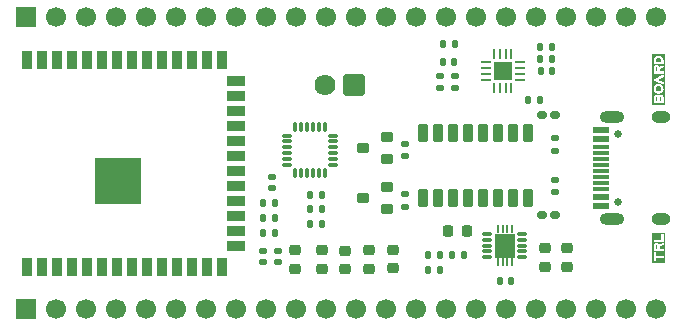
<source format=gbr>
%TF.GenerationSoftware,KiCad,Pcbnew,9.0.2*%
%TF.CreationDate,2025-11-07T15:55:13+08:00*%
%TF.ProjectId,TrlBoard,54726c42-6f61-4726-942e-6b696361645f,rev?*%
%TF.SameCoordinates,Original*%
%TF.FileFunction,Soldermask,Top*%
%TF.FilePolarity,Negative*%
%FSLAX46Y46*%
G04 Gerber Fmt 4.6, Leading zero omitted, Abs format (unit mm)*
G04 Created by KiCad (PCBNEW 9.0.2) date 2025-11-07 15:55:13*
%MOMM*%
%LPD*%
G01*
G04 APERTURE LIST*
G04 Aperture macros list*
%AMRoundRect*
0 Rectangle with rounded corners*
0 $1 Rounding radius*
0 $2 $3 $4 $5 $6 $7 $8 $9 X,Y pos of 4 corners*
0 Add a 4 corners polygon primitive as box body*
4,1,4,$2,$3,$4,$5,$6,$7,$8,$9,$2,$3,0*
0 Add four circle primitives for the rounded corners*
1,1,$1+$1,$2,$3*
1,1,$1+$1,$4,$5*
1,1,$1+$1,$6,$7*
1,1,$1+$1,$8,$9*
0 Add four rect primitives between the rounded corners*
20,1,$1+$1,$2,$3,$4,$5,0*
20,1,$1+$1,$4,$5,$6,$7,0*
20,1,$1+$1,$6,$7,$8,$9,0*
20,1,$1+$1,$8,$9,$2,$3,0*%
G04 Aperture macros list end*
%ADD10C,0.250000*%
%ADD11RoundRect,0.225000X0.250000X-0.225000X0.250000X0.225000X-0.250000X0.225000X-0.250000X-0.225000X0*%
%ADD12RoundRect,0.140000X0.140000X0.170000X-0.140000X0.170000X-0.140000X-0.170000X0.140000X-0.170000X0*%
%ADD13RoundRect,0.140000X-0.170000X0.140000X-0.170000X-0.140000X0.170000X-0.140000X0.170000X0.140000X0*%
%ADD14R,0.900000X1.500000*%
%ADD15R,1.500000X0.900000*%
%ADD16C,0.600000*%
%ADD17R,3.900000X3.900000*%
%ADD18RoundRect,0.135000X0.185000X-0.135000X0.185000X0.135000X-0.185000X0.135000X-0.185000X-0.135000X0*%
%ADD19RoundRect,0.225000X0.225000X0.250000X-0.225000X0.250000X-0.225000X-0.250000X0.225000X-0.250000X0*%
%ADD20RoundRect,0.135000X0.135000X0.185000X-0.135000X0.185000X-0.135000X-0.185000X0.135000X-0.185000X0*%
%ADD21RoundRect,0.225000X-0.250000X0.225000X-0.250000X-0.225000X0.250000X-0.225000X0.250000X0.225000X0*%
%ADD22RoundRect,0.103000X-0.309000X0.654000X-0.309000X-0.654000X0.309000X-0.654000X0.309000X0.654000X0*%
%ADD23C,0.650000*%
%ADD24R,1.450000X0.600000*%
%ADD25R,1.450000X0.300000*%
%ADD26O,2.100000X1.000000*%
%ADD27O,1.600000X1.000000*%
%ADD28RoundRect,0.102000X0.400000X0.300000X-0.400000X0.300000X-0.400000X-0.300000X0.400000X-0.300000X0*%
%ADD29RoundRect,0.135000X-0.185000X0.135000X-0.185000X-0.135000X0.185000X-0.135000X0.185000X0.135000X0*%
%ADD30RoundRect,0.135000X-0.135000X-0.185000X0.135000X-0.185000X0.135000X0.185000X-0.135000X0.185000X0*%
%ADD31RoundRect,0.075000X-0.075000X0.350000X-0.075000X-0.350000X0.075000X-0.350000X0.075000X0.350000X0*%
%ADD32RoundRect,0.075000X-0.350000X-0.075000X0.350000X-0.075000X0.350000X0.075000X-0.350000X0.075000X0*%
%ADD33RoundRect,0.102000X-0.787500X-0.787500X0.787500X-0.787500X0.787500X0.787500X-0.787500X0.787500X0*%
%ADD34C,1.779000*%
%ADD35RoundRect,0.062500X-0.062500X0.375000X-0.062500X-0.375000X0.062500X-0.375000X0.062500X0.375000X0*%
%ADD36RoundRect,0.062500X-0.375000X0.062500X-0.375000X-0.062500X0.375000X-0.062500X0.375000X0.062500X0*%
%ADD37R,1.600000X1.600000*%
%ADD38RoundRect,0.160000X-0.222500X-0.160000X0.222500X-0.160000X0.222500X0.160000X-0.222500X0.160000X0*%
%ADD39R,0.280000X0.280000*%
%ADD40O,0.850000X0.280000*%
%ADD41R,0.230000X0.600000*%
%ADD42R,0.250000X0.700000*%
%ADD43R,0.650000X0.900000*%
%ADD44R,1.700000X2.150000*%
%ADD45RoundRect,0.147500X-0.147500X-0.172500X0.147500X-0.172500X0.147500X0.172500X-0.147500X0.172500X0*%
%ADD46R,1.700000X1.700000*%
%ADD47C,1.700000*%
G04 APERTURE END LIST*
D10*
G36*
X189123347Y-80535444D02*
G01*
X189146350Y-80550941D01*
X189162044Y-80573608D01*
X189167233Y-80600156D01*
X189167233Y-80859297D01*
X189025572Y-80859297D01*
X189025572Y-80600156D01*
X189030774Y-80573613D01*
X189046516Y-80550941D01*
X189069468Y-80535446D01*
X189096402Y-80530302D01*
X189123347Y-80535444D01*
G37*
G36*
X189809539Y-82031244D02*
G01*
X188711528Y-82031244D01*
X188711528Y-81906244D01*
X188836528Y-81906244D01*
X189025572Y-81906244D01*
X189025572Y-81601429D01*
X189684539Y-81601429D01*
X189684539Y-81412263D01*
X189025572Y-81412263D01*
X189025572Y-81105128D01*
X188836528Y-81105128D01*
X188836528Y-81906244D01*
X188711528Y-81906244D01*
X188711528Y-80599912D01*
X188836528Y-80599912D01*
X188836528Y-80600156D01*
X188836528Y-81048464D01*
X189684539Y-81048464D01*
X189684539Y-80859297D01*
X189356277Y-80859297D01*
X189356277Y-80632213D01*
X189684539Y-80511923D01*
X189684539Y-80319826D01*
X189312740Y-80455564D01*
X189286889Y-80422736D01*
X189256150Y-80394935D01*
X189220050Y-80371850D01*
X189180681Y-80354766D01*
X189139785Y-80344568D01*
X189096830Y-80341136D01*
X189044048Y-80345981D01*
X188996386Y-80360121D01*
X188952783Y-80383515D01*
X188912487Y-80416852D01*
X188878989Y-80457055D01*
X188855527Y-80500422D01*
X188841371Y-80547692D01*
X188836528Y-80599912D01*
X188711528Y-80599912D01*
X188711528Y-80073812D01*
X188836528Y-80073812D01*
X188836528Y-80262979D01*
X189684539Y-80262979D01*
X189684539Y-79588868D01*
X189495495Y-79588868D01*
X189495495Y-80073812D01*
X188836528Y-80073812D01*
X188711528Y-80073812D01*
X188711528Y-79463868D01*
X189809539Y-79463868D01*
X189809539Y-82031244D01*
G37*
G36*
X189123881Y-67999529D02*
G01*
X189146655Y-68014793D01*
X189151234Y-68021449D01*
X189162099Y-68037243D01*
X189167233Y-68063825D01*
X189167233Y-68311670D01*
X189025572Y-68311670D01*
X189025572Y-68063825D01*
X189030705Y-68037243D01*
X189046149Y-68014793D01*
X189068923Y-67999529D01*
X189096402Y-67994399D01*
X189123881Y-67999529D01*
G37*
G36*
X189452669Y-67956603D02*
G01*
X189475223Y-67972112D01*
X189490437Y-67994791D01*
X189495495Y-68021449D01*
X189495495Y-68311670D01*
X189356277Y-68311670D01*
X189356277Y-68021449D01*
X189361388Y-67994270D01*
X189376610Y-67971745D01*
X189398981Y-67956492D01*
X189425519Y-67951412D01*
X189452669Y-67956603D01*
G37*
G36*
X189307996Y-67050534D02*
G01*
X189350745Y-67063433D01*
X189390086Y-67084852D01*
X189426680Y-67115491D01*
X189457055Y-67152316D01*
X189478311Y-67191881D01*
X189491119Y-67234842D01*
X189495495Y-67282126D01*
X189491114Y-67329412D01*
X189478299Y-67372308D01*
X189457044Y-67411748D01*
X189426680Y-67448394D01*
X189390108Y-67478856D01*
X189350774Y-67500165D01*
X189308016Y-67513004D01*
X189260900Y-67517393D01*
X189213754Y-67513008D01*
X189170921Y-67500172D01*
X189131473Y-67478863D01*
X189094754Y-67448394D01*
X189064213Y-67411726D01*
X189042847Y-67372279D01*
X189029972Y-67329392D01*
X189025572Y-67282126D01*
X189029967Y-67234862D01*
X189042835Y-67191909D01*
X189064201Y-67152338D01*
X189094754Y-67115491D01*
X189131495Y-67084846D01*
X189170949Y-67063426D01*
X189213774Y-67050530D01*
X189260900Y-67046126D01*
X189307996Y-67050534D01*
G37*
G36*
X189123347Y-65489701D02*
G01*
X189146350Y-65505198D01*
X189162044Y-65527865D01*
X189167233Y-65554413D01*
X189167233Y-65813554D01*
X189025572Y-65813554D01*
X189025572Y-65554413D01*
X189030774Y-65527870D01*
X189046516Y-65505198D01*
X189069468Y-65489703D01*
X189096402Y-65484559D01*
X189123347Y-65489701D01*
G37*
G36*
X189307759Y-64686232D02*
G01*
X189350605Y-64699034D01*
X189390004Y-64720271D01*
X189426618Y-64750610D01*
X189456998Y-64787139D01*
X189478273Y-64826515D01*
X189491105Y-64869406D01*
X189495495Y-64916756D01*
X189495495Y-65028069D01*
X189025572Y-65028069D01*
X189025572Y-64916756D01*
X189029965Y-64869410D01*
X189042807Y-64826520D01*
X189064100Y-64787143D01*
X189094509Y-64750610D01*
X189131094Y-64720273D01*
X189170472Y-64699036D01*
X189213308Y-64686233D01*
X189260533Y-64681855D01*
X189307759Y-64686232D01*
G37*
G36*
X189809539Y-68625836D02*
G01*
X188707681Y-68625836D01*
X188707681Y-68064863D01*
X188836528Y-68064863D01*
X188836528Y-68500836D01*
X189684539Y-68500836D01*
X189684539Y-68021388D01*
X189679700Y-67969134D01*
X189665556Y-67921809D01*
X189642112Y-67878371D01*
X189608640Y-67838083D01*
X189568294Y-67804625D01*
X189524853Y-67781200D01*
X189477585Y-67767076D01*
X189425458Y-67762246D01*
X189371790Y-67767806D01*
X189321045Y-67784411D01*
X189274965Y-67810875D01*
X189236292Y-67845472D01*
X189193808Y-67823242D01*
X189147642Y-67809822D01*
X189096830Y-67805233D01*
X189044084Y-67810079D01*
X188996433Y-67824226D01*
X188952817Y-67847639D01*
X188912487Y-67881009D01*
X188879019Y-67921264D01*
X188855553Y-67964774D01*
X188841381Y-68012288D01*
X188836624Y-68063825D01*
X188836528Y-68064863D01*
X188707681Y-68064863D01*
X188707681Y-67281759D01*
X188836528Y-67281759D01*
X188836559Y-67282126D01*
X188842936Y-67357233D01*
X188861876Y-67427894D01*
X188893497Y-67494861D01*
X188936050Y-67555508D01*
X188987260Y-67606800D01*
X189047859Y-67649467D01*
X189114751Y-67681164D01*
X189185291Y-67700140D01*
X189260594Y-67706559D01*
X189335858Y-67700141D01*
X189406377Y-67681166D01*
X189473269Y-67649467D01*
X189533834Y-67606806D01*
X189585045Y-67555515D01*
X189627630Y-67494861D01*
X189659216Y-67427898D01*
X189678137Y-67357236D01*
X189684539Y-67281759D01*
X189678136Y-67206284D01*
X189659215Y-67135643D01*
X189627630Y-67068718D01*
X189585042Y-67008026D01*
X189533830Y-66956716D01*
X189473269Y-66914052D01*
X189406377Y-66882353D01*
X189335858Y-66863377D01*
X189260594Y-66856960D01*
X189185291Y-66863378D01*
X189114751Y-66882355D01*
X189047859Y-66914052D01*
X188987264Y-66956722D01*
X188936053Y-67008033D01*
X188893497Y-67068718D01*
X188861878Y-67135646D01*
X188842937Y-67206287D01*
X188836528Y-67281759D01*
X188707681Y-67281759D01*
X188707681Y-66508792D01*
X188832681Y-66508792D01*
X189684539Y-66958443D01*
X189684539Y-66736609D01*
X189251008Y-66509463D01*
X189684539Y-66288546D01*
X189684539Y-66059202D01*
X188832681Y-66508792D01*
X188707681Y-66508792D01*
X188707681Y-65554169D01*
X188836528Y-65554169D01*
X188836528Y-65554413D01*
X188836528Y-66002721D01*
X189684539Y-66002721D01*
X189684539Y-65813554D01*
X189356277Y-65813554D01*
X189356277Y-65586470D01*
X189684539Y-65466180D01*
X189684539Y-65274083D01*
X189312740Y-65409821D01*
X189286889Y-65376993D01*
X189256150Y-65349192D01*
X189220050Y-65326107D01*
X189180681Y-65309023D01*
X189139785Y-65298825D01*
X189096830Y-65295393D01*
X189044048Y-65300238D01*
X188996386Y-65314378D01*
X188952783Y-65337772D01*
X188912487Y-65371109D01*
X188878989Y-65411312D01*
X188855527Y-65454679D01*
X188841371Y-65501949D01*
X188836528Y-65554169D01*
X188707681Y-65554169D01*
X188707681Y-64917122D01*
X188836528Y-64917122D01*
X188836528Y-65217236D01*
X189684539Y-65217236D01*
X189684539Y-64917122D01*
X189680791Y-64860573D01*
X189669624Y-64805922D01*
X189650956Y-64752686D01*
X189611228Y-64678928D01*
X189560708Y-64617009D01*
X189520903Y-64581869D01*
X189476028Y-64551673D01*
X189425580Y-64526334D01*
X189372381Y-64507632D01*
X189317751Y-64496444D01*
X189261205Y-64492689D01*
X189205139Y-64496268D01*
X189151213Y-64506905D01*
X189098967Y-64524624D01*
X189049490Y-64549021D01*
X189003768Y-64579708D01*
X188961458Y-64617009D01*
X188924210Y-64659407D01*
X188893432Y-64705429D01*
X188868829Y-64755433D01*
X188850845Y-64808198D01*
X188840117Y-64861947D01*
X188836552Y-64916756D01*
X188836528Y-64917122D01*
X188707681Y-64917122D01*
X188707681Y-64367689D01*
X189809539Y-64367689D01*
X189809539Y-68625836D01*
G37*
D11*
%TO.C,C9*%
X164750000Y-82525000D03*
X164750000Y-80975000D03*
%TD*%
D12*
%TO.C,C4*%
X172000000Y-63501000D03*
X171040000Y-63501000D03*
%TD*%
%TO.C,C12*%
X171980000Y-65001000D03*
X171020000Y-65001000D03*
%TD*%
D13*
%TO.C,C14*%
X155750000Y-81020000D03*
X155750000Y-81980000D03*
%TD*%
D14*
%TO.C,U2*%
X135750000Y-82390000D03*
X137020000Y-82390000D03*
X138290000Y-82390000D03*
X139560000Y-82390000D03*
X140830000Y-82390000D03*
X142100000Y-82390000D03*
X143370000Y-82390000D03*
X144640000Y-82390000D03*
X145910000Y-82390000D03*
X147180000Y-82390000D03*
X148450000Y-82390000D03*
X149720000Y-82390000D03*
X150990000Y-82390000D03*
X152260000Y-82390000D03*
D15*
X153510000Y-80625000D03*
X153510000Y-79355000D03*
X153510000Y-78085000D03*
X153510000Y-76815000D03*
X153510000Y-75545000D03*
X153510000Y-74275000D03*
X153510000Y-73005000D03*
X153510000Y-71735000D03*
X153510000Y-70465000D03*
X153510000Y-69195000D03*
X153510000Y-67925000D03*
X153510000Y-66655000D03*
D14*
X152260000Y-64890000D03*
X150990000Y-64890000D03*
X149720000Y-64890000D03*
X148450000Y-64890000D03*
X147180000Y-64890000D03*
X145910000Y-64890000D03*
X144640000Y-64890000D03*
X143370000Y-64890000D03*
X142100000Y-64890000D03*
X140830000Y-64890000D03*
X139560000Y-64890000D03*
X138290000Y-64890000D03*
X137020000Y-64890000D03*
X135750000Y-64890000D03*
D16*
X142770000Y-76540000D03*
X144170000Y-76540000D03*
X142070000Y-75840000D03*
X143470000Y-75840000D03*
X144870000Y-75840000D03*
X142770000Y-75140000D03*
D17*
X143470000Y-75140000D03*
D16*
X144170000Y-75140000D03*
X142070000Y-74440000D03*
X143470000Y-74440000D03*
X144870000Y-74440000D03*
X142770000Y-73740000D03*
X144170000Y-73740000D03*
%TD*%
D18*
%TO.C,R13*%
X167770000Y-73011000D03*
X167770000Y-71991000D03*
%TD*%
D13*
%TO.C,C17*%
X156500000Y-74750000D03*
X156500000Y-75710000D03*
%TD*%
D19*
%TO.C,C8*%
X173025000Y-79351000D03*
X171475000Y-79351000D03*
%TD*%
D20*
%TO.C,R15*%
X156760000Y-77000000D03*
X155740000Y-77000000D03*
%TD*%
D21*
%TO.C,C2*%
X158500000Y-80975000D03*
X158500000Y-82525000D03*
%TD*%
%TO.C,C5*%
X179625000Y-80801000D03*
X179625000Y-82351000D03*
%TD*%
D12*
%TO.C,C16*%
X160730000Y-77500000D03*
X159770000Y-77500000D03*
%TD*%
D21*
%TO.C,C7*%
X166750000Y-80950000D03*
X166750000Y-82500000D03*
%TD*%
D22*
%TO.C,U4*%
X178215000Y-71041000D03*
X176945000Y-71041000D03*
X175675000Y-71041000D03*
X174405000Y-71041000D03*
X173135000Y-71041000D03*
X171865000Y-71041000D03*
X170595000Y-71041000D03*
X169325000Y-71041000D03*
X169325000Y-76541000D03*
X170595000Y-76541000D03*
X171865000Y-76541000D03*
X173135000Y-76541000D03*
X174405000Y-76541000D03*
X175675000Y-76541000D03*
X176945000Y-76541000D03*
X178215000Y-76541000D03*
%TD*%
D12*
%TO.C,C18*%
X160730000Y-76250000D03*
X159770000Y-76250000D03*
%TD*%
D23*
%TO.C,J5*%
X185850000Y-76881000D03*
X185850000Y-71101000D03*
D24*
X184405000Y-77241000D03*
X184405000Y-76441000D03*
D25*
X184405000Y-75241000D03*
X184405000Y-74241000D03*
X184405000Y-73741000D03*
X184405000Y-72741000D03*
D24*
X184405000Y-71541000D03*
X184405000Y-70741000D03*
X184405000Y-70741000D03*
X184405000Y-71541000D03*
D25*
X184405000Y-72241000D03*
X184405000Y-73241000D03*
X184405000Y-74741000D03*
X184405000Y-75741000D03*
D24*
X184405000Y-76441000D03*
X184405000Y-77241000D03*
D26*
X185320000Y-78311000D03*
D27*
X189500000Y-78311000D03*
D26*
X185320000Y-69671000D03*
D27*
X189500000Y-69671000D03*
%TD*%
D28*
%TO.C,Q2*%
X166270000Y-73251000D03*
X166270000Y-71351000D03*
X164250000Y-72301000D03*
%TD*%
D11*
%TO.C,C10*%
X162750000Y-82535000D03*
X162750000Y-80985000D03*
%TD*%
D28*
%TO.C,Q1*%
X166270000Y-77501000D03*
X166270000Y-75601000D03*
X164250000Y-76551000D03*
%TD*%
D20*
%TO.C,R11*%
X156760000Y-79500000D03*
X155740000Y-79500000D03*
%TD*%
D29*
%TO.C,R12*%
X167770000Y-76241000D03*
X167770000Y-77261000D03*
%TD*%
D20*
%TO.C,R1*%
X170750000Y-81351000D03*
X169730000Y-81351000D03*
%TD*%
D30*
%TO.C,R4*%
X179240000Y-63750000D03*
X180260000Y-63750000D03*
%TD*%
D29*
%TO.C,R9*%
X180500000Y-74991000D03*
X180500000Y-76011000D03*
%TD*%
D18*
%TO.C,R8*%
X170750000Y-67261000D03*
X170750000Y-66241000D03*
%TD*%
%TO.C,R7*%
X172000000Y-67261000D03*
X172000000Y-66241000D03*
%TD*%
D30*
%TO.C,R2*%
X171740000Y-81351000D03*
X172760000Y-81351000D03*
%TD*%
D20*
%TO.C,R6*%
X180260000Y-64750000D03*
X179240000Y-64750000D03*
%TD*%
D31*
%TO.C,U5*%
X161000000Y-70550000D03*
X160500000Y-70550000D03*
X160000000Y-70550000D03*
X159500000Y-70550000D03*
X159000000Y-70550000D03*
X158500000Y-70550000D03*
D32*
X157800000Y-71250000D03*
X157800000Y-71750000D03*
X157800000Y-72250000D03*
X157800000Y-72750000D03*
X157800000Y-73250000D03*
X157800000Y-73750000D03*
D31*
X158500000Y-74450000D03*
X159000000Y-74450000D03*
X159500000Y-74450000D03*
X160000000Y-74450000D03*
X160500000Y-74450000D03*
X161000000Y-74450000D03*
D32*
X161700000Y-73750000D03*
X161700000Y-73250000D03*
X161700000Y-72750000D03*
X161700000Y-72250000D03*
X161700000Y-71750000D03*
X161700000Y-71250000D03*
%TD*%
D12*
%TO.C,C3*%
X180250000Y-65751000D03*
X179290000Y-65751000D03*
%TD*%
D33*
%TO.C,J1*%
X163500000Y-67000000D03*
D34*
X161000000Y-67000000D03*
%TD*%
D12*
%TO.C,C15*%
X160730000Y-78750000D03*
X159770000Y-78750000D03*
%TD*%
D11*
%TO.C,C11*%
X160750000Y-82525000D03*
X160750000Y-80975000D03*
%TD*%
D18*
%TO.C,R10*%
X180500000Y-72521000D03*
X180500000Y-71501000D03*
%TD*%
D35*
%TO.C,U1*%
X176810000Y-64376000D03*
X176310000Y-64376000D03*
X175810000Y-64376000D03*
X175310000Y-64376000D03*
D36*
X174622500Y-65063500D03*
X174622500Y-65563500D03*
X174622500Y-66063500D03*
X174622500Y-66563500D03*
D35*
X175310000Y-67251000D03*
X175810000Y-67251000D03*
X176310000Y-67251000D03*
X176810000Y-67251000D03*
D36*
X177497500Y-66563500D03*
X177497500Y-66063500D03*
X177497500Y-65563500D03*
X177497500Y-65063500D03*
D37*
X176060000Y-65813500D03*
%TD*%
D38*
%TO.C,D2*%
X179355000Y-69501000D03*
X180500000Y-69501000D03*
%TD*%
%TO.C,D1*%
X179355000Y-78001000D03*
X180500000Y-78001000D03*
%TD*%
D20*
%TO.C,R5*%
X179260000Y-68251000D03*
X178240000Y-68251000D03*
%TD*%
%TO.C,R14*%
X156760000Y-78250000D03*
X155740000Y-78250000D03*
%TD*%
%TO.C,R3*%
X170750000Y-82601000D03*
X169730000Y-82601000D03*
%TD*%
D39*
%TO.C,U3*%
X178010000Y-81561000D03*
D40*
X177725000Y-81561000D03*
D39*
X178010000Y-81061000D03*
D40*
X177725000Y-81061000D03*
D39*
X178010000Y-80561000D03*
D40*
X177725000Y-80561000D03*
D39*
X178010000Y-80061000D03*
D40*
X177725000Y-80061000D03*
D39*
X178010000Y-79561000D03*
D40*
X177725000Y-79561000D03*
X174775000Y-79561000D03*
D39*
X174490000Y-79561000D03*
D40*
X174775000Y-80061000D03*
D39*
X174490000Y-80061000D03*
D40*
X174775000Y-80561000D03*
D39*
X174490000Y-80561000D03*
D40*
X174775000Y-81061000D03*
D39*
X174490000Y-81061000D03*
D40*
X174775000Y-81561000D03*
D39*
X174490000Y-81561000D03*
D41*
X176850000Y-81986000D03*
D42*
X176850000Y-81986000D03*
D41*
X176850000Y-79136000D03*
D42*
X176850000Y-79136000D03*
D16*
X176750000Y-81061000D03*
X176750000Y-80061000D03*
D43*
X176685000Y-81121000D03*
X176685000Y-80001000D03*
D41*
X176450000Y-81986000D03*
D42*
X176450000Y-81986000D03*
D41*
X176450000Y-79136000D03*
D42*
X176450000Y-79136000D03*
D16*
X176250000Y-80561000D03*
D44*
X176250000Y-80561000D03*
D41*
X176050000Y-81986000D03*
D42*
X176050000Y-81986000D03*
D41*
X176050000Y-79136000D03*
D42*
X176050000Y-79136000D03*
D43*
X175815000Y-81121000D03*
X175815000Y-80001000D03*
D16*
X175750000Y-81061000D03*
X175750000Y-80061000D03*
D41*
X175650000Y-81986000D03*
D42*
X175650000Y-81986000D03*
D41*
X175650000Y-79136000D03*
D42*
X175650000Y-79136000D03*
%TD*%
D13*
%TO.C,C1*%
X157000000Y-81020000D03*
X157000000Y-81980000D03*
%TD*%
D45*
%TO.C,L1*%
X175800000Y-83601000D03*
X176770000Y-83601000D03*
%TD*%
D21*
%TO.C,C6*%
X181500000Y-80801000D03*
X181500000Y-82351000D03*
%TD*%
D46*
%TO.C,J4*%
X135740000Y-61230000D03*
D47*
X138280000Y-61230000D03*
X140820000Y-61230000D03*
X143360000Y-61230000D03*
X145900000Y-61230000D03*
X148440000Y-61230000D03*
X150980000Y-61230000D03*
X153520000Y-61230000D03*
X156060000Y-61230000D03*
X158600000Y-61230000D03*
X161140000Y-61230000D03*
X163680000Y-61230000D03*
X166220000Y-61230000D03*
X168760000Y-61230000D03*
X171300000Y-61230000D03*
X173840000Y-61230000D03*
X176380000Y-61230000D03*
X178920000Y-61230000D03*
X181460000Y-61230000D03*
X184000000Y-61230000D03*
X186540000Y-61230000D03*
X189080000Y-61230000D03*
%TD*%
D46*
%TO.C,J2*%
X135740000Y-85950000D03*
D47*
X138280000Y-85950000D03*
X140820000Y-85950000D03*
X143360000Y-85950000D03*
X145900000Y-85950000D03*
X148440000Y-85950000D03*
X150980000Y-85950000D03*
X153520000Y-85950000D03*
X156060000Y-85950000D03*
X158600000Y-85950000D03*
X161140000Y-85950000D03*
X163680000Y-85950000D03*
X166220000Y-85950000D03*
X168760000Y-85950000D03*
X171300000Y-85950000D03*
X173840000Y-85950000D03*
X176380000Y-85950000D03*
X178920000Y-85950000D03*
X181460000Y-85950000D03*
X184000000Y-85950000D03*
X186540000Y-85950000D03*
X189080000Y-85950000D03*
%TD*%
M02*

</source>
